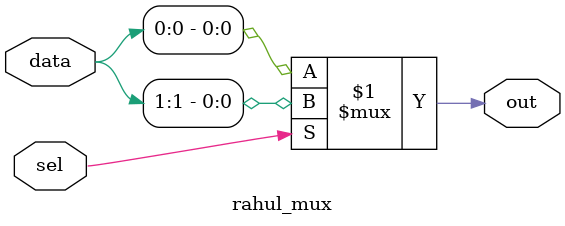
<source format=v>
module rahul_mux(data, sel, out);

input [1:0] data;
input sel;
output out;

assign out = sel?data[1]:data[0];

endmodule

</source>
